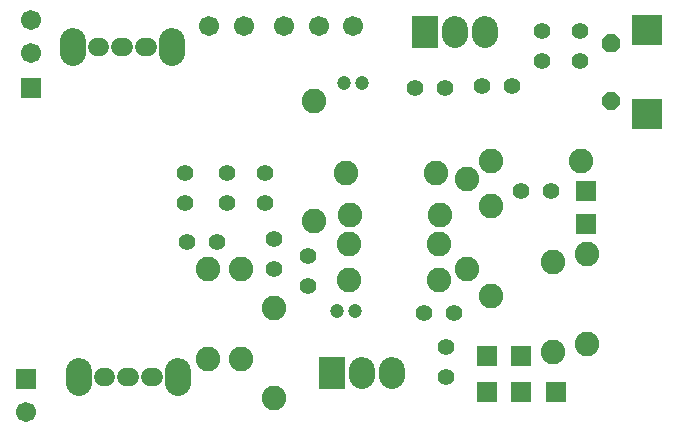
<source format=gbs>
G04 Layer: BottomSolderMaskLayer*
G04 EasyEDA v5.9.42, Mon, 01 Apr 2019 20:05:28 GMT*
G04 e7f0afa64d6d408caf880ab9bb1ba352*
G04 Gerber Generator version 0.2*
G04 Scale: 100 percent, Rotated: No, Reflected: No *
G04 Dimensions in millimeters *
G04 leading zeros omitted , absolute positions ,3 integer and 3 decimal *
%FSLAX33Y33*%
%MOMM*%
G90*
G71D02*

%ADD41C,2.203196*%
%ADD42C,1.503172*%
%ADD43C,1.397000*%
%ADD44C,2.082800*%
%ADD46C,1.203198*%
%ADD47R,2.203196X2.703195*%
%ADD49C,1.701800*%
%ADD50R,1.701800X1.701800*%
%ADD57R,2.603246X2.603246*%

%LPD*%
G54D41*
G01X32766Y5329D02*
G01X32766Y4829D01*
G01X30226Y5329D02*
G01X30226Y4829D01*
G01X40640Y34157D02*
G01X40640Y33660D01*
G01X38100Y34157D02*
G01X38100Y33660D01*
G54D42*
G01X8564Y4699D02*
G01X8262Y4699D01*
G01X12562Y4699D02*
G01X12263Y4699D01*
G01X10563Y4699D02*
G01X10264Y4699D01*
G54D41*
G01X14615Y5199D02*
G01X14615Y4198D01*
G01X6212Y5199D02*
G01X6212Y4198D01*
G54D42*
G01X11755Y32639D02*
G01X12054Y32639D01*
G01X7757Y32639D02*
G01X8056Y32639D01*
G01X9756Y32639D02*
G01X10055Y32639D01*
G54D41*
G01X5704Y32138D02*
G01X5704Y33139D01*
G01X14107Y32138D02*
G01X14107Y33139D01*
G54D43*
G01X45466Y31496D03*
G01X45466Y34036D03*
G54D44*
G01X41148Y19177D03*
G01X41148Y11557D03*
G54D43*
G01X48641Y31496D03*
G01X48641Y34036D03*
G54D44*
G01X26162Y28067D03*
G01X26162Y17907D03*
G54D46*
G01X30214Y29591D03*
G01X28713Y29591D03*
G54D44*
G01X29083Y16002D03*
G01X36703Y16002D03*
G01X36703Y12954D03*
G01X29083Y12954D03*
G01X28829Y21971D03*
G01X36449Y21971D03*
G01X36830Y18415D03*
G01X29210Y18415D03*
G54D46*
G01X28078Y10287D03*
G01X29579Y10287D03*
G54D43*
G01X15240Y19431D03*
G01X15240Y21971D03*
G01X18796Y21971D03*
G01X18796Y19431D03*
G01X21971Y19431D03*
G01X21971Y21971D03*
G01X17907Y16129D03*
G01X15367Y16129D03*
G54D44*
G01X22733Y10541D03*
G01X22733Y2921D03*
G54D43*
G01X22733Y16383D03*
G01X22733Y13843D03*
G54D44*
G01X19939Y13843D03*
G01X19939Y6223D03*
G01X17145Y6223D03*
G01X17145Y13843D03*
G54D47*
G01X27686Y5080D03*
G54D43*
G01X37338Y7239D03*
G01X37338Y4699D03*
G54D44*
G01X39116Y21463D03*
G01X39116Y13843D03*
G54D43*
G01X37973Y10160D03*
G01X35433Y10160D03*
G54D47*
G01X35560Y33909D03*
G54D43*
G01X40386Y29337D03*
G01X42926Y29337D03*
G01X37211Y29210D03*
G01X34671Y29210D03*
G54D44*
G01X41148Y22987D03*
G01X48768Y22987D03*
G54D43*
G01X43688Y20447D03*
G01X46228Y20447D03*
G54D44*
G01X49276Y7493D03*
G01X49276Y15113D03*
G01X46355Y14478D03*
G01X46355Y6858D03*
G54D49*
G01X23622Y34417D03*
G01X26543Y34417D03*
G01X17272Y34417D03*
G01X2159Y32131D03*
G01X2159Y34925D03*
G01X20193Y34417D03*
G01X29464Y34417D03*
G01X1778Y1778D03*
G54D50*
G01X49149Y20447D03*
G01X49149Y17653D03*
G01X40767Y6477D03*
G01X43688Y6477D03*
G01X1778Y4572D03*
G01X2159Y29210D03*
G54D43*
G01X25654Y12446D03*
G01X25654Y14986D03*
G54D50*
G01X46609Y3429D03*
G01X40767Y3429D03*
G01X43688Y3429D03*
G36*
G01X50987Y27353D02*
G01X50540Y27795D01*
G01X50540Y28427D01*
G01X50987Y28869D01*
G01X51615Y28869D01*
G01X52057Y28427D01*
G01X52057Y27795D01*
G01X51615Y27353D01*
G01X50987Y27353D01*
G37*
G36*
G01X50987Y32252D02*
G01X50540Y32694D01*
G01X50540Y33327D01*
G01X50987Y33769D01*
G01X51615Y33769D01*
G01X52057Y33327D01*
G01X52057Y32694D01*
G01X51615Y32252D01*
G01X50987Y32252D01*
G37*
G54D57*
G01X54300Y27004D03*
G01X54300Y34116D03*
M00*
M02*

</source>
